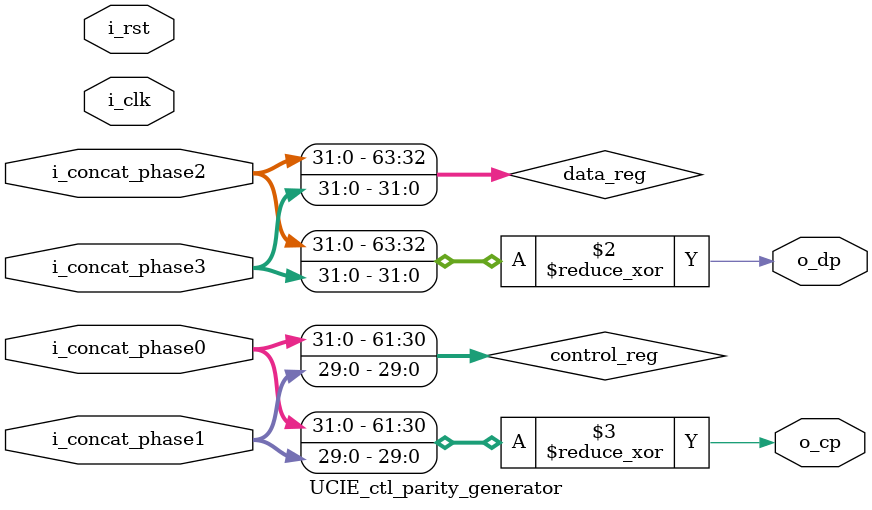
<source format=v>
`include "./defines.svh"
module UCIE_ctl_parity_generator(
    input                 i_clk,
    input                 i_rst,
    input       [31:0]    i_concat_phase0,
    input       [29:0]    i_concat_phase1,
    input       [31:0]    i_concat_phase2,
    input       [31:0]    i_concat_phase3,

    output reg            o_dp,
    output reg            o_cp
);
    reg [61 : 0] control_reg; 
    reg [63 : 0] data_reg;

    always @(*) begin
      control_reg     =     {i_concat_phase0, i_concat_phase1};
      data_reg        =     {i_concat_phase2, i_concat_phase3};
      o_dp            =     ^data_reg                         ;
      o_cp            =     ^control_reg                      ;
    end

/*
    // Input Isolation
    always @(posedge i_clk, negedge i_rst) begin
      if(!i_rst) begin
        control_reg <= 62'd0;
        data_reg    <= 64'd0;
      end else begin
        control_reg <= {i_concat_phase0, i_concat_phase1};
        data_reg    <= {i_concat_phase2, i_concat_phase3};
      end
    end

    // data parity and control parity generation
    always @(posedge i_clk, negedge i_rst) begin
      if(!i_rst) begin
        o_dp  <= 1'b0;
        o_cp  <= 1'b0;
      end else begin
        o_dp  <= ^data_reg;
        o_cp  <= ^control_reg;
      end
    end
*/
    
endmodule
</source>
